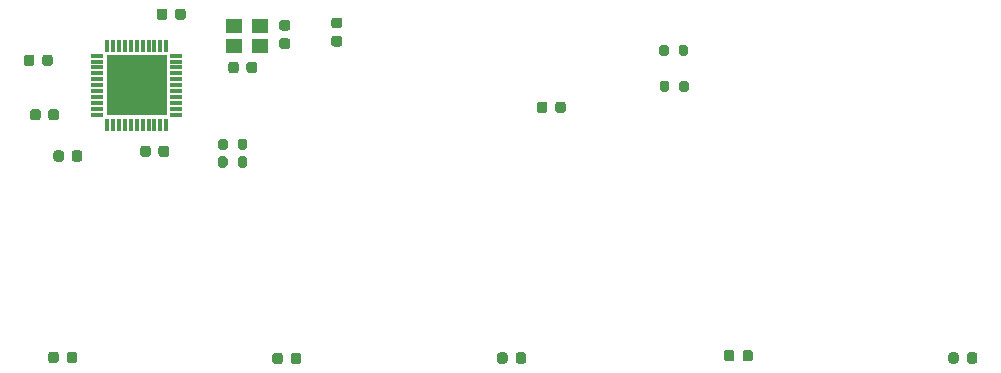
<source format=gbr>
%TF.GenerationSoftware,KiCad,Pcbnew,(5.1.7)-1*%
%TF.CreationDate,2020-12-03T18:42:53-08:00*%
%TF.ProjectId,k-5,6b2d352e-6b69-4636-9164-5f7063625858,rev?*%
%TF.SameCoordinates,Original*%
%TF.FileFunction,Paste,Top*%
%TF.FilePolarity,Positive*%
%FSLAX46Y46*%
G04 Gerber Fmt 4.6, Leading zero omitted, Abs format (unit mm)*
G04 Created by KiCad (PCBNEW (5.1.7)-1) date 2020-12-03 18:42:53*
%MOMM*%
%LPD*%
G01*
G04 APERTURE LIST*
%ADD10R,1.000000X0.300000*%
%ADD11R,0.300000X1.000000*%
%ADD12R,5.080000X5.080000*%
%ADD13R,1.400000X1.200000*%
G04 APERTURE END LIST*
%TO.C,C1*%
G36*
G01*
X113715000Y-59530000D02*
X114215000Y-59530000D01*
G75*
G02*
X114440000Y-59755000I0J-225000D01*
G01*
X114440000Y-60205000D01*
G75*
G02*
X114215000Y-60430000I-225000J0D01*
G01*
X113715000Y-60430000D01*
G75*
G02*
X113490000Y-60205000I0J225000D01*
G01*
X113490000Y-59755000D01*
G75*
G02*
X113715000Y-59530000I225000J0D01*
G01*
G37*
G36*
G01*
X113715000Y-61080000D02*
X114215000Y-61080000D01*
G75*
G02*
X114440000Y-61305000I0J-225000D01*
G01*
X114440000Y-61755000D01*
G75*
G02*
X114215000Y-61980000I-225000J0D01*
G01*
X113715000Y-61980000D01*
G75*
G02*
X113490000Y-61755000I0J225000D01*
G01*
X113490000Y-61305000D01*
G75*
G02*
X113715000Y-61080000I225000J0D01*
G01*
G37*
%TD*%
%TO.C,C2*%
G36*
G01*
X109165000Y-63805000D02*
X109165000Y-63305000D01*
G75*
G02*
X109390000Y-63080000I225000J0D01*
G01*
X109840000Y-63080000D01*
G75*
G02*
X110065000Y-63305000I0J-225000D01*
G01*
X110065000Y-63805000D01*
G75*
G02*
X109840000Y-64030000I-225000J0D01*
G01*
X109390000Y-64030000D01*
G75*
G02*
X109165000Y-63805000I0J225000D01*
G01*
G37*
G36*
G01*
X110715000Y-63805000D02*
X110715000Y-63305000D01*
G75*
G02*
X110940000Y-63080000I225000J0D01*
G01*
X111390000Y-63080000D01*
G75*
G02*
X111615000Y-63305000I0J-225000D01*
G01*
X111615000Y-63805000D01*
G75*
G02*
X111390000Y-64030000I-225000J0D01*
G01*
X110940000Y-64030000D01*
G75*
G02*
X110715000Y-63805000I0J225000D01*
G01*
G37*
%TD*%
%TO.C,C3*%
G36*
G01*
X136200000Y-66679000D02*
X136200000Y-67179000D01*
G75*
G02*
X135975000Y-67404000I-225000J0D01*
G01*
X135525000Y-67404000D01*
G75*
G02*
X135300000Y-67179000I0J225000D01*
G01*
X135300000Y-66679000D01*
G75*
G02*
X135525000Y-66454000I225000J0D01*
G01*
X135975000Y-66454000D01*
G75*
G02*
X136200000Y-66679000I0J-225000D01*
G01*
G37*
G36*
G01*
X137750000Y-66679000D02*
X137750000Y-67179000D01*
G75*
G02*
X137525000Y-67404000I-225000J0D01*
G01*
X137075000Y-67404000D01*
G75*
G02*
X136850000Y-67179000I0J225000D01*
G01*
X136850000Y-66679000D01*
G75*
G02*
X137075000Y-66454000I225000J0D01*
G01*
X137525000Y-66454000D01*
G75*
G02*
X137750000Y-66679000I0J-225000D01*
G01*
G37*
%TD*%
%TO.C,C4*%
G36*
G01*
X104665000Y-59305000D02*
X104665000Y-58805000D01*
G75*
G02*
X104890000Y-58580000I225000J0D01*
G01*
X105340000Y-58580000D01*
G75*
G02*
X105565000Y-58805000I0J-225000D01*
G01*
X105565000Y-59305000D01*
G75*
G02*
X105340000Y-59530000I-225000J0D01*
G01*
X104890000Y-59530000D01*
G75*
G02*
X104665000Y-59305000I0J225000D01*
G01*
G37*
G36*
G01*
X103115000Y-59305000D02*
X103115000Y-58805000D01*
G75*
G02*
X103340000Y-58580000I225000J0D01*
G01*
X103790000Y-58580000D01*
G75*
G02*
X104015000Y-58805000I0J-225000D01*
G01*
X104015000Y-59305000D01*
G75*
G02*
X103790000Y-59530000I-225000J0D01*
G01*
X103340000Y-59530000D01*
G75*
G02*
X103115000Y-59305000I0J225000D01*
G01*
G37*
%TD*%
%TO.C,C5*%
G36*
G01*
X94840000Y-67305000D02*
X94840000Y-67805000D01*
G75*
G02*
X94615000Y-68030000I-225000J0D01*
G01*
X94165000Y-68030000D01*
G75*
G02*
X93940000Y-67805000I0J225000D01*
G01*
X93940000Y-67305000D01*
G75*
G02*
X94165000Y-67080000I225000J0D01*
G01*
X94615000Y-67080000D01*
G75*
G02*
X94840000Y-67305000I0J-225000D01*
G01*
G37*
G36*
G01*
X93290000Y-67305000D02*
X93290000Y-67805000D01*
G75*
G02*
X93065000Y-68030000I-225000J0D01*
G01*
X92615000Y-68030000D01*
G75*
G02*
X92390000Y-67805000I0J225000D01*
G01*
X92390000Y-67305000D01*
G75*
G02*
X92615000Y-67080000I225000J0D01*
G01*
X93065000Y-67080000D01*
G75*
G02*
X93290000Y-67305000I0J-225000D01*
G01*
G37*
%TD*%
%TO.C,C6*%
G36*
G01*
X92765000Y-62705000D02*
X92765000Y-63205000D01*
G75*
G02*
X92540000Y-63430000I-225000J0D01*
G01*
X92090000Y-63430000D01*
G75*
G02*
X91865000Y-63205000I0J225000D01*
G01*
X91865000Y-62705000D01*
G75*
G02*
X92090000Y-62480000I225000J0D01*
G01*
X92540000Y-62480000D01*
G75*
G02*
X92765000Y-62705000I0J-225000D01*
G01*
G37*
G36*
G01*
X94315000Y-62705000D02*
X94315000Y-63205000D01*
G75*
G02*
X94090000Y-63430000I-225000J0D01*
G01*
X93640000Y-63430000D01*
G75*
G02*
X93415000Y-63205000I0J225000D01*
G01*
X93415000Y-62705000D01*
G75*
G02*
X93640000Y-62480000I225000J0D01*
G01*
X94090000Y-62480000D01*
G75*
G02*
X94315000Y-62705000I0J-225000D01*
G01*
G37*
%TD*%
%TO.C,C7*%
G36*
G01*
X95265000Y-70805000D02*
X95265000Y-71305000D01*
G75*
G02*
X95040000Y-71530000I-225000J0D01*
G01*
X94590000Y-71530000D01*
G75*
G02*
X94365000Y-71305000I0J225000D01*
G01*
X94365000Y-70805000D01*
G75*
G02*
X94590000Y-70580000I225000J0D01*
G01*
X95040000Y-70580000D01*
G75*
G02*
X95265000Y-70805000I0J-225000D01*
G01*
G37*
G36*
G01*
X96815000Y-70805000D02*
X96815000Y-71305000D01*
G75*
G02*
X96590000Y-71530000I-225000J0D01*
G01*
X96140000Y-71530000D01*
G75*
G02*
X95915000Y-71305000I0J225000D01*
G01*
X95915000Y-70805000D01*
G75*
G02*
X96140000Y-70580000I225000J0D01*
G01*
X96590000Y-70580000D01*
G75*
G02*
X96815000Y-70805000I0J-225000D01*
G01*
G37*
%TD*%
%TO.C,C8*%
G36*
G01*
X118615000Y-60230000D02*
X118115000Y-60230000D01*
G75*
G02*
X117890000Y-60005000I0J225000D01*
G01*
X117890000Y-59555000D01*
G75*
G02*
X118115000Y-59330000I225000J0D01*
G01*
X118615000Y-59330000D01*
G75*
G02*
X118840000Y-59555000I0J-225000D01*
G01*
X118840000Y-60005000D01*
G75*
G02*
X118615000Y-60230000I-225000J0D01*
G01*
G37*
G36*
G01*
X118615000Y-61780000D02*
X118115000Y-61780000D01*
G75*
G02*
X117890000Y-61555000I0J225000D01*
G01*
X117890000Y-61105000D01*
G75*
G02*
X118115000Y-60880000I225000J0D01*
G01*
X118615000Y-60880000D01*
G75*
G02*
X118840000Y-61105000I0J-225000D01*
G01*
X118840000Y-61555000D01*
G75*
G02*
X118615000Y-61780000I-225000J0D01*
G01*
G37*
%TD*%
%TO.C,C9*%
G36*
G01*
X101715000Y-70905000D02*
X101715000Y-70405000D01*
G75*
G02*
X101940000Y-70180000I225000J0D01*
G01*
X102390000Y-70180000D01*
G75*
G02*
X102615000Y-70405000I0J-225000D01*
G01*
X102615000Y-70905000D01*
G75*
G02*
X102390000Y-71130000I-225000J0D01*
G01*
X101940000Y-71130000D01*
G75*
G02*
X101715000Y-70905000I0J225000D01*
G01*
G37*
G36*
G01*
X103265000Y-70905000D02*
X103265000Y-70405000D01*
G75*
G02*
X103490000Y-70180000I225000J0D01*
G01*
X103940000Y-70180000D01*
G75*
G02*
X104165000Y-70405000I0J-225000D01*
G01*
X104165000Y-70905000D01*
G75*
G02*
X103940000Y-71130000I-225000J0D01*
G01*
X103490000Y-71130000D01*
G75*
G02*
X103265000Y-70905000I0J225000D01*
G01*
G37*
%TD*%
%TO.C,D1*%
G36*
G01*
X95502500Y-88361250D02*
X95502500Y-87848750D01*
G75*
G02*
X95721250Y-87630000I218750J0D01*
G01*
X96158750Y-87630000D01*
G75*
G02*
X96377500Y-87848750I0J-218750D01*
G01*
X96377500Y-88361250D01*
G75*
G02*
X96158750Y-88580000I-218750J0D01*
G01*
X95721250Y-88580000D01*
G75*
G02*
X95502500Y-88361250I0J218750D01*
G01*
G37*
G36*
G01*
X93927500Y-88361250D02*
X93927500Y-87848750D01*
G75*
G02*
X94146250Y-87630000I218750J0D01*
G01*
X94583750Y-87630000D01*
G75*
G02*
X94802500Y-87848750I0J-218750D01*
G01*
X94802500Y-88361250D01*
G75*
G02*
X94583750Y-88580000I-218750J0D01*
G01*
X94146250Y-88580000D01*
G75*
G02*
X93927500Y-88361250I0J218750D01*
G01*
G37*
%TD*%
%TO.C,D2*%
G36*
G01*
X112912500Y-88451250D02*
X112912500Y-87938750D01*
G75*
G02*
X113131250Y-87720000I218750J0D01*
G01*
X113568750Y-87720000D01*
G75*
G02*
X113787500Y-87938750I0J-218750D01*
G01*
X113787500Y-88451250D01*
G75*
G02*
X113568750Y-88670000I-218750J0D01*
G01*
X113131250Y-88670000D01*
G75*
G02*
X112912500Y-88451250I0J218750D01*
G01*
G37*
G36*
G01*
X114487500Y-88451250D02*
X114487500Y-87938750D01*
G75*
G02*
X114706250Y-87720000I218750J0D01*
G01*
X115143750Y-87720000D01*
G75*
G02*
X115362500Y-87938750I0J-218750D01*
G01*
X115362500Y-88451250D01*
G75*
G02*
X115143750Y-88670000I-218750J0D01*
G01*
X114706250Y-88670000D01*
G75*
G02*
X114487500Y-88451250I0J218750D01*
G01*
G37*
%TD*%
%TO.C,D3*%
G36*
G01*
X133515000Y-88411250D02*
X133515000Y-87898750D01*
G75*
G02*
X133733750Y-87680000I218750J0D01*
G01*
X134171250Y-87680000D01*
G75*
G02*
X134390000Y-87898750I0J-218750D01*
G01*
X134390000Y-88411250D01*
G75*
G02*
X134171250Y-88630000I-218750J0D01*
G01*
X133733750Y-88630000D01*
G75*
G02*
X133515000Y-88411250I0J218750D01*
G01*
G37*
G36*
G01*
X131940000Y-88411250D02*
X131940000Y-87898750D01*
G75*
G02*
X132158750Y-87680000I218750J0D01*
G01*
X132596250Y-87680000D01*
G75*
G02*
X132815000Y-87898750I0J-218750D01*
G01*
X132815000Y-88411250D01*
G75*
G02*
X132596250Y-88630000I-218750J0D01*
G01*
X132158750Y-88630000D01*
G75*
G02*
X131940000Y-88411250I0J218750D01*
G01*
G37*
%TD*%
%TO.C,D4*%
G36*
G01*
X151140000Y-88211250D02*
X151140000Y-87698750D01*
G75*
G02*
X151358750Y-87480000I218750J0D01*
G01*
X151796250Y-87480000D01*
G75*
G02*
X152015000Y-87698750I0J-218750D01*
G01*
X152015000Y-88211250D01*
G75*
G02*
X151796250Y-88430000I-218750J0D01*
G01*
X151358750Y-88430000D01*
G75*
G02*
X151140000Y-88211250I0J218750D01*
G01*
G37*
G36*
G01*
X152715000Y-88211250D02*
X152715000Y-87698750D01*
G75*
G02*
X152933750Y-87480000I218750J0D01*
G01*
X153371250Y-87480000D01*
G75*
G02*
X153590000Y-87698750I0J-218750D01*
G01*
X153590000Y-88211250D01*
G75*
G02*
X153371250Y-88430000I-218750J0D01*
G01*
X152933750Y-88430000D01*
G75*
G02*
X152715000Y-88211250I0J218750D01*
G01*
G37*
%TD*%
%TO.C,D5*%
G36*
G01*
X171715000Y-88411250D02*
X171715000Y-87898750D01*
G75*
G02*
X171933750Y-87680000I218750J0D01*
G01*
X172371250Y-87680000D01*
G75*
G02*
X172590000Y-87898750I0J-218750D01*
G01*
X172590000Y-88411250D01*
G75*
G02*
X172371250Y-88630000I-218750J0D01*
G01*
X171933750Y-88630000D01*
G75*
G02*
X171715000Y-88411250I0J218750D01*
G01*
G37*
G36*
G01*
X170140000Y-88411250D02*
X170140000Y-87898750D01*
G75*
G02*
X170358750Y-87680000I218750J0D01*
G01*
X170796250Y-87680000D01*
G75*
G02*
X171015000Y-87898750I0J-218750D01*
G01*
X171015000Y-88411250D01*
G75*
G02*
X170796250Y-88630000I-218750J0D01*
G01*
X170358750Y-88630000D01*
G75*
G02*
X170140000Y-88411250I0J218750D01*
G01*
G37*
%TD*%
%TO.C,R1*%
G36*
G01*
X109965000Y-71830000D02*
X109965000Y-71280000D01*
G75*
G02*
X110165000Y-71080000I200000J0D01*
G01*
X110565000Y-71080000D01*
G75*
G02*
X110765000Y-71280000I0J-200000D01*
G01*
X110765000Y-71830000D01*
G75*
G02*
X110565000Y-72030000I-200000J0D01*
G01*
X110165000Y-72030000D01*
G75*
G02*
X109965000Y-71830000I0J200000D01*
G01*
G37*
G36*
G01*
X108315000Y-71830000D02*
X108315000Y-71280000D01*
G75*
G02*
X108515000Y-71080000I200000J0D01*
G01*
X108915000Y-71080000D01*
G75*
G02*
X109115000Y-71280000I0J-200000D01*
G01*
X109115000Y-71830000D01*
G75*
G02*
X108915000Y-72030000I-200000J0D01*
G01*
X108515000Y-72030000D01*
G75*
G02*
X108315000Y-71830000I0J200000D01*
G01*
G37*
%TD*%
%TO.C,R2*%
G36*
G01*
X108315000Y-70330000D02*
X108315000Y-69780000D01*
G75*
G02*
X108515000Y-69580000I200000J0D01*
G01*
X108915000Y-69580000D01*
G75*
G02*
X109115000Y-69780000I0J-200000D01*
G01*
X109115000Y-70330000D01*
G75*
G02*
X108915000Y-70530000I-200000J0D01*
G01*
X108515000Y-70530000D01*
G75*
G02*
X108315000Y-70330000I0J200000D01*
G01*
G37*
G36*
G01*
X109965000Y-70330000D02*
X109965000Y-69780000D01*
G75*
G02*
X110165000Y-69580000I200000J0D01*
G01*
X110565000Y-69580000D01*
G75*
G02*
X110765000Y-69780000I0J-200000D01*
G01*
X110765000Y-70330000D01*
G75*
G02*
X110565000Y-70530000I-200000J0D01*
G01*
X110165000Y-70530000D01*
G75*
G02*
X109965000Y-70330000I0J200000D01*
G01*
G37*
%TD*%
%TO.C,R3*%
G36*
G01*
X147301000Y-62378000D02*
X147301000Y-61828000D01*
G75*
G02*
X147501000Y-61628000I200000J0D01*
G01*
X147901000Y-61628000D01*
G75*
G02*
X148101000Y-61828000I0J-200000D01*
G01*
X148101000Y-62378000D01*
G75*
G02*
X147901000Y-62578000I-200000J0D01*
G01*
X147501000Y-62578000D01*
G75*
G02*
X147301000Y-62378000I0J200000D01*
G01*
G37*
G36*
G01*
X145651000Y-62378000D02*
X145651000Y-61828000D01*
G75*
G02*
X145851000Y-61628000I200000J0D01*
G01*
X146251000Y-61628000D01*
G75*
G02*
X146451000Y-61828000I0J-200000D01*
G01*
X146451000Y-62378000D01*
G75*
G02*
X146251000Y-62578000I-200000J0D01*
G01*
X145851000Y-62578000D01*
G75*
G02*
X145651000Y-62378000I0J200000D01*
G01*
G37*
%TD*%
%TO.C,R4*%
G36*
G01*
X145714000Y-65426000D02*
X145714000Y-64876000D01*
G75*
G02*
X145914000Y-64676000I200000J0D01*
G01*
X146314000Y-64676000D01*
G75*
G02*
X146514000Y-64876000I0J-200000D01*
G01*
X146514000Y-65426000D01*
G75*
G02*
X146314000Y-65626000I-200000J0D01*
G01*
X145914000Y-65626000D01*
G75*
G02*
X145714000Y-65426000I0J200000D01*
G01*
G37*
G36*
G01*
X147364000Y-65426000D02*
X147364000Y-64876000D01*
G75*
G02*
X147564000Y-64676000I200000J0D01*
G01*
X147964000Y-64676000D01*
G75*
G02*
X148164000Y-64876000I0J-200000D01*
G01*
X148164000Y-65426000D01*
G75*
G02*
X147964000Y-65626000I-200000J0D01*
G01*
X147564000Y-65626000D01*
G75*
G02*
X147364000Y-65426000I0J200000D01*
G01*
G37*
%TD*%
D10*
%TO.C,U1*%
X98071000Y-67555000D03*
X98071000Y-67055000D03*
X98071000Y-66555000D03*
X98071000Y-66055000D03*
X98071000Y-65555000D03*
X98071000Y-65055000D03*
X98071000Y-64555000D03*
X98071000Y-64055000D03*
X98071000Y-63555000D03*
X98071000Y-63055000D03*
X98071000Y-62555000D03*
D11*
X98921000Y-61705000D03*
X99421000Y-61705000D03*
X99921000Y-61705000D03*
X100421000Y-61705000D03*
X100921000Y-61705000D03*
X101421000Y-61705000D03*
X101921000Y-61705000D03*
X102421000Y-61705000D03*
X102921000Y-61705000D03*
X103421000Y-61705000D03*
X103921000Y-61705000D03*
D10*
X104771000Y-62555000D03*
X104771000Y-63055000D03*
X104771000Y-63555000D03*
X104771000Y-64055000D03*
X104771000Y-64555000D03*
X104771000Y-65055000D03*
X104771000Y-65555000D03*
X104771000Y-66055000D03*
X104771000Y-66555000D03*
X104771000Y-67055000D03*
X104771000Y-67555000D03*
D11*
X103921000Y-68405000D03*
X103421000Y-68405000D03*
X102921000Y-68405000D03*
X102421000Y-68405000D03*
X101921000Y-68405000D03*
X101421000Y-68405000D03*
X100921000Y-68405000D03*
X100421000Y-68405000D03*
X99921000Y-68405000D03*
X99421000Y-68405000D03*
X98921000Y-68405000D03*
D12*
X101421000Y-65055000D03*
%TD*%
D13*
%TO.C,Y1*%
X111865000Y-60055000D03*
X109665000Y-60055000D03*
X109665000Y-61755000D03*
X111865000Y-61755000D03*
%TD*%
M02*

</source>
